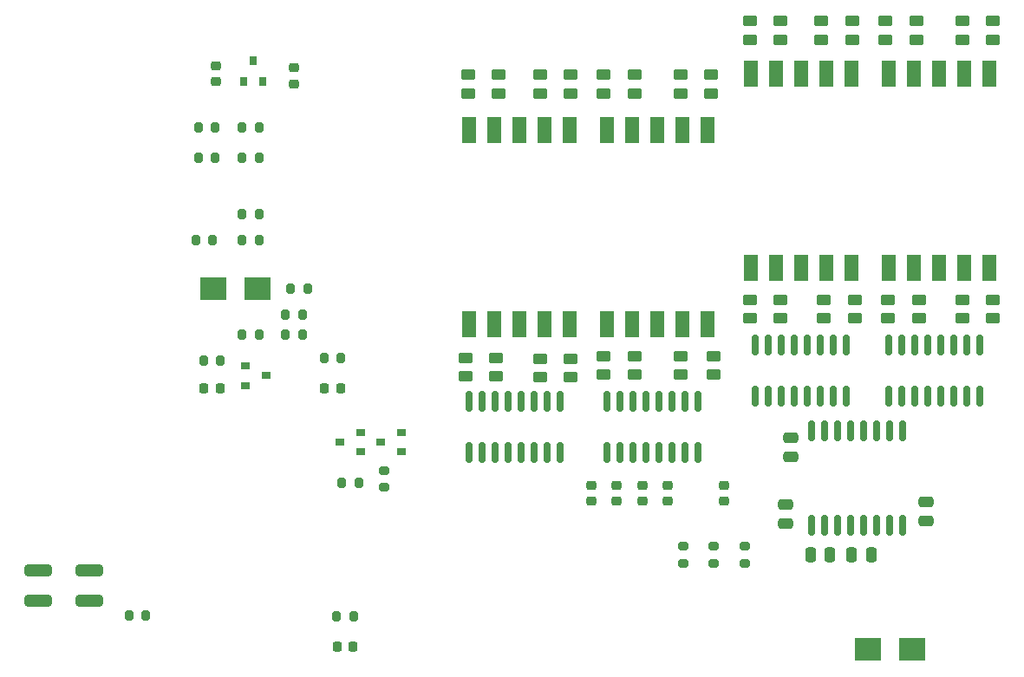
<source format=gtp>
%TF.GenerationSoftware,KiCad,Pcbnew,(5.99.0-11737-gca42f31bb5)*%
%TF.CreationDate,2021-09-24T22:34:59+02:00*%
%TF.ProjectId,Drucksensor,44727563-6b73-4656-9e73-6f722e6b6963,rev?*%
%TF.SameCoordinates,Original*%
%TF.FileFunction,Paste,Top*%
%TF.FilePolarity,Positive*%
%FSLAX46Y46*%
G04 Gerber Fmt 4.6, Leading zero omitted, Abs format (unit mm)*
G04 Created by KiCad (PCBNEW (5.99.0-11737-gca42f31bb5)) date 2021-09-24 22:34:59*
%MOMM*%
%LPD*%
G01*
G04 APERTURE LIST*
G04 Aperture macros list*
%AMRoundRect*
0 Rectangle with rounded corners*
0 $1 Rounding radius*
0 $2 $3 $4 $5 $6 $7 $8 $9 X,Y pos of 4 corners*
0 Add a 4 corners polygon primitive as box body*
4,1,4,$2,$3,$4,$5,$6,$7,$8,$9,$2,$3,0*
0 Add four circle primitives for the rounded corners*
1,1,$1+$1,$2,$3*
1,1,$1+$1,$4,$5*
1,1,$1+$1,$6,$7*
1,1,$1+$1,$8,$9*
0 Add four rect primitives between the rounded corners*
20,1,$1+$1,$2,$3,$4,$5,0*
20,1,$1+$1,$4,$5,$6,$7,0*
20,1,$1+$1,$6,$7,$8,$9,0*
20,1,$1+$1,$8,$9,$2,$3,0*%
G04 Aperture macros list end*
%ADD10RoundRect,0.225000X0.225000X0.250000X-0.225000X0.250000X-0.225000X-0.250000X0.225000X-0.250000X0*%
%ADD11RoundRect,0.218750X-0.218750X-0.256250X0.218750X-0.256250X0.218750X0.256250X-0.218750X0.256250X0*%
%ADD12RoundRect,0.250000X-0.450000X0.262500X-0.450000X-0.262500X0.450000X-0.262500X0.450000X0.262500X0*%
%ADD13RoundRect,0.200000X-0.200000X-0.275000X0.200000X-0.275000X0.200000X0.275000X-0.200000X0.275000X0*%
%ADD14RoundRect,0.225000X0.250000X-0.225000X0.250000X0.225000X-0.250000X0.225000X-0.250000X-0.225000X0*%
%ADD15RoundRect,0.225000X-0.250000X0.225000X-0.250000X-0.225000X0.250000X-0.225000X0.250000X0.225000X0*%
%ADD16RoundRect,0.250000X-1.075000X0.312500X-1.075000X-0.312500X1.075000X-0.312500X1.075000X0.312500X0*%
%ADD17RoundRect,0.150000X-0.150000X0.825000X-0.150000X-0.825000X0.150000X-0.825000X0.150000X0.825000X0*%
%ADD18RoundRect,0.200000X0.200000X0.275000X-0.200000X0.275000X-0.200000X-0.275000X0.200000X-0.275000X0*%
%ADD19RoundRect,0.250000X0.450000X-0.262500X0.450000X0.262500X-0.450000X0.262500X-0.450000X-0.262500X0*%
%ADD20R,0.900000X0.800000*%
%ADD21RoundRect,0.250000X0.250000X0.475000X-0.250000X0.475000X-0.250000X-0.475000X0.250000X-0.475000X0*%
%ADD22R,2.500000X2.300000*%
%ADD23RoundRect,0.200000X0.275000X-0.200000X0.275000X0.200000X-0.275000X0.200000X-0.275000X-0.200000X0*%
%ADD24RoundRect,0.250000X-0.475000X0.250000X-0.475000X-0.250000X0.475000X-0.250000X0.475000X0.250000X0*%
%ADD25RoundRect,0.250000X0.475000X-0.250000X0.475000X0.250000X-0.475000X0.250000X-0.475000X-0.250000X0*%
%ADD26R,0.800000X0.900000*%
%ADD27R,1.400000X2.600000*%
%ADD28RoundRect,0.200000X-0.275000X0.200000X-0.275000X-0.200000X0.275000X-0.200000X0.275000X0.200000X0*%
%ADD29RoundRect,0.150000X0.150000X-0.875000X0.150000X0.875000X-0.150000X0.875000X-0.150000X-0.875000X0*%
G04 APERTURE END LIST*
D10*
%TO.C,C106*%
X89775000Y-81000000D03*
X88225000Y-81000000D03*
%TD*%
D11*
%TO.C,D101*%
X75212500Y-55750000D03*
X76787500Y-55750000D03*
%TD*%
D12*
%TO.C,R201*%
X108000000Y-25087500D03*
X108000000Y-26912500D03*
%TD*%
D13*
%TO.C,R114*%
X74425000Y-41250000D03*
X76075000Y-41250000D03*
%TD*%
%TO.C,R104*%
X78925000Y-38750000D03*
X80575000Y-38750000D03*
%TD*%
%TO.C,R109*%
X78925000Y-50500000D03*
X80575000Y-50500000D03*
%TD*%
D14*
%TO.C,C109*%
X113000000Y-66775000D03*
X113000000Y-65225000D03*
%TD*%
D15*
%TO.C,C113*%
X84000000Y-24425000D03*
X84000000Y-25975000D03*
%TD*%
D16*
%TO.C,F101*%
X64000000Y-73537500D03*
X64000000Y-76462500D03*
%TD*%
D12*
%TO.C,R218*%
X138500000Y-19837500D03*
X138500000Y-21662500D03*
%TD*%
D17*
%TO.C,U206*%
X137945000Y-51525000D03*
X136675000Y-51525000D03*
X135405000Y-51525000D03*
X134135000Y-51525000D03*
X132865000Y-51525000D03*
X131595000Y-51525000D03*
X130325000Y-51525000D03*
X129055000Y-51525000D03*
X129055000Y-56475000D03*
X130325000Y-56475000D03*
X131595000Y-56475000D03*
X132865000Y-56475000D03*
X134135000Y-56475000D03*
X135405000Y-56475000D03*
X136675000Y-56475000D03*
X137945000Y-56475000D03*
%TD*%
D13*
%TO.C,R101*%
X75175000Y-53000000D03*
X76825000Y-53000000D03*
%TD*%
%TO.C,R106*%
X74675000Y-33250000D03*
X76325000Y-33250000D03*
%TD*%
D12*
%TO.C,R206*%
X104000000Y-25087500D03*
X104000000Y-26912500D03*
%TD*%
D18*
%TO.C,R117*%
X89825000Y-78000000D03*
X88175000Y-78000000D03*
%TD*%
D13*
%TO.C,R110*%
X83175000Y-50500000D03*
X84825000Y-50500000D03*
%TD*%
D19*
%TO.C,R205*%
X100750000Y-54575000D03*
X100750000Y-52750000D03*
%TD*%
D13*
%TO.C,R102*%
X78925000Y-33250000D03*
X80575000Y-33250000D03*
%TD*%
D20*
%TO.C,Q101*%
X90500000Y-61950000D03*
X90500000Y-60050000D03*
X88500000Y-61000000D03*
%TD*%
D19*
%TO.C,R203*%
X108000000Y-54662500D03*
X108000000Y-52837500D03*
%TD*%
%TO.C,R229*%
X142000000Y-48912500D03*
X142000000Y-47087500D03*
%TD*%
D21*
%TO.C,C103*%
X140350000Y-72000000D03*
X138450000Y-72000000D03*
%TD*%
D19*
%TO.C,R219*%
X135750000Y-48912500D03*
X135750000Y-47087500D03*
%TD*%
D14*
%TO.C,C110*%
X115500000Y-66775000D03*
X115500000Y-65225000D03*
%TD*%
D22*
%TO.C,D105*%
X76100000Y-46000000D03*
X80400000Y-46000000D03*
%TD*%
D13*
%TO.C,R111*%
X83675000Y-46000000D03*
X85325000Y-46000000D03*
%TD*%
D23*
%TO.C,R122*%
X92800000Y-65425000D03*
X92800000Y-63775000D03*
%TD*%
D12*
%TO.C,R231*%
X141750000Y-19837500D03*
X141750000Y-21662500D03*
%TD*%
D15*
%TO.C,C112*%
X76400000Y-24225000D03*
X76400000Y-25775000D03*
%TD*%
D12*
%TO.C,R209*%
X121750000Y-25087500D03*
X121750000Y-26912500D03*
%TD*%
D14*
%TO.C,C108*%
X120500000Y-66775000D03*
X120500000Y-65225000D03*
%TD*%
D19*
%TO.C,R213*%
X114250000Y-54412500D03*
X114250000Y-52587500D03*
%TD*%
%TO.C,R211*%
X121750000Y-54412500D03*
X121750000Y-52587500D03*
%TD*%
D24*
%TO.C,C104*%
X132000000Y-67050000D03*
X132000000Y-68950000D03*
%TD*%
%TO.C,C105*%
X145750000Y-66800000D03*
X145750000Y-68700000D03*
%TD*%
D25*
%TO.C,C101*%
X132500000Y-62450000D03*
X132500000Y-60550000D03*
%TD*%
D21*
%TO.C,C102*%
X136350000Y-72000000D03*
X134450000Y-72000000D03*
%TD*%
D14*
%TO.C,C107*%
X126000000Y-66775000D03*
X126000000Y-65225000D03*
%TD*%
D13*
%TO.C,R108*%
X78925000Y-30250000D03*
X80575000Y-30250000D03*
%TD*%
D26*
%TO.C,U101*%
X79050000Y-25750000D03*
X80950000Y-25750000D03*
X80000000Y-23750000D03*
%TD*%
D17*
%TO.C,U208*%
X150945000Y-51525000D03*
X149675000Y-51525000D03*
X148405000Y-51525000D03*
X147135000Y-51525000D03*
X145865000Y-51525000D03*
X144595000Y-51525000D03*
X143325000Y-51525000D03*
X142055000Y-51525000D03*
X142055000Y-56475000D03*
X143325000Y-56475000D03*
X144595000Y-56475000D03*
X145865000Y-56475000D03*
X147135000Y-56475000D03*
X148405000Y-56475000D03*
X149675000Y-56475000D03*
X150945000Y-56475000D03*
%TD*%
D27*
%TO.C,U207*%
X142100000Y-44000000D03*
X144550000Y-44000000D03*
X147000000Y-44000000D03*
X149450000Y-44000000D03*
X151900000Y-44000000D03*
X151900000Y-25000000D03*
X149450000Y-25000000D03*
X147000000Y-25000000D03*
X144550000Y-25000000D03*
X142100000Y-25000000D03*
%TD*%
D13*
%TO.C,R103*%
X83175000Y-48500000D03*
X84825000Y-48500000D03*
%TD*%
D17*
%TO.C,U202*%
X109945000Y-57025000D03*
X108675000Y-57025000D03*
X107405000Y-57025000D03*
X106135000Y-57025000D03*
X104865000Y-57025000D03*
X103595000Y-57025000D03*
X102325000Y-57025000D03*
X101055000Y-57025000D03*
X101055000Y-61975000D03*
X102325000Y-61975000D03*
X103595000Y-61975000D03*
X104865000Y-61975000D03*
X106135000Y-61975000D03*
X107405000Y-61975000D03*
X108675000Y-61975000D03*
X109945000Y-61975000D03*
%TD*%
D19*
%TO.C,R224*%
X138750000Y-48912500D03*
X138750000Y-47087500D03*
%TD*%
D13*
%TO.C,R121*%
X67875000Y-77900000D03*
X69525000Y-77900000D03*
%TD*%
D20*
%TO.C,Q103*%
X79250000Y-53550000D03*
X79250000Y-55450000D03*
X81250000Y-54500000D03*
%TD*%
D19*
%TO.C,R212*%
X117250000Y-54412500D03*
X117250000Y-52587500D03*
%TD*%
%TO.C,R216*%
X125000000Y-54412500D03*
X125000000Y-52587500D03*
%TD*%
D12*
%TO.C,R217*%
X135500000Y-19837500D03*
X135500000Y-21662500D03*
%TD*%
D19*
%TO.C,R228*%
X145000000Y-48912500D03*
X145000000Y-47087500D03*
%TD*%
D22*
%TO.C,D103*%
X144350000Y-81200000D03*
X140050000Y-81200000D03*
%TD*%
D12*
%TO.C,R202*%
X111000000Y-25087500D03*
X111000000Y-26912500D03*
%TD*%
%TO.C,R226*%
X152250000Y-19837500D03*
X152250000Y-21662500D03*
%TD*%
D20*
%TO.C,Q102*%
X94500000Y-61950000D03*
X94500000Y-60050000D03*
X92500000Y-61000000D03*
%TD*%
D12*
%TO.C,R214*%
X117250000Y-25087500D03*
X117250000Y-26912500D03*
%TD*%
D27*
%TO.C,U203*%
X114600000Y-49500000D03*
X117050000Y-49500000D03*
X119500000Y-49500000D03*
X121950000Y-49500000D03*
X124400000Y-49500000D03*
X124400000Y-30500000D03*
X121950000Y-30500000D03*
X119500000Y-30500000D03*
X117050000Y-30500000D03*
X114600000Y-30500000D03*
%TD*%
D19*
%TO.C,R227*%
X149250000Y-48912500D03*
X149250000Y-47087500D03*
%TD*%
%TO.C,R232*%
X152250000Y-48912500D03*
X152250000Y-47087500D03*
%TD*%
D12*
%TO.C,R225*%
X149250000Y-19837500D03*
X149250000Y-21662500D03*
%TD*%
%TO.C,R223*%
X128500000Y-19837500D03*
X128500000Y-21662500D03*
%TD*%
D19*
%TO.C,R221*%
X128500000Y-48912500D03*
X128500000Y-47087500D03*
%TD*%
D27*
%TO.C,U201*%
X101100000Y-49500000D03*
X103550000Y-49500000D03*
X106000000Y-49500000D03*
X108450000Y-49500000D03*
X110900000Y-49500000D03*
X110900000Y-30500000D03*
X108450000Y-30500000D03*
X106000000Y-30500000D03*
X103550000Y-30500000D03*
X101100000Y-30500000D03*
%TD*%
D13*
%TO.C,R115*%
X78925000Y-41250000D03*
X80575000Y-41250000D03*
%TD*%
D12*
%TO.C,R210*%
X124750000Y-25087500D03*
X124750000Y-26912500D03*
%TD*%
D28*
%TO.C,R119*%
X125000000Y-71175000D03*
X125000000Y-72825000D03*
%TD*%
D12*
%TO.C,R207*%
X101000000Y-25087500D03*
X101000000Y-26912500D03*
%TD*%
%TO.C,R230*%
X144750000Y-19837500D03*
X144750000Y-21662500D03*
%TD*%
D19*
%TO.C,R208*%
X111000000Y-54662500D03*
X111000000Y-52837500D03*
%TD*%
D28*
%TO.C,R120*%
X128000000Y-71175000D03*
X128000000Y-72825000D03*
%TD*%
D12*
%TO.C,R215*%
X114250000Y-25087500D03*
X114250000Y-26912500D03*
%TD*%
D27*
%TO.C,U205*%
X128600000Y-44000000D03*
X131050000Y-44000000D03*
X133500000Y-44000000D03*
X135950000Y-44000000D03*
X138400000Y-44000000D03*
X138400000Y-25000000D03*
X135950000Y-25000000D03*
X133500000Y-25000000D03*
X131050000Y-25000000D03*
X128600000Y-25000000D03*
%TD*%
D14*
%TO.C,C111*%
X118000000Y-66775000D03*
X118000000Y-65225000D03*
%TD*%
D28*
%TO.C,R118*%
X122000000Y-71175000D03*
X122000000Y-72825000D03*
%TD*%
D13*
%TO.C,R113*%
X86925000Y-52750000D03*
X88575000Y-52750000D03*
%TD*%
D17*
%TO.C,U204*%
X123445000Y-57025000D03*
X122175000Y-57025000D03*
X120905000Y-57025000D03*
X119635000Y-57025000D03*
X118365000Y-57025000D03*
X117095000Y-57025000D03*
X115825000Y-57025000D03*
X114555000Y-57025000D03*
X114555000Y-61975000D03*
X115825000Y-61975000D03*
X117095000Y-61975000D03*
X118365000Y-61975000D03*
X119635000Y-61975000D03*
X120905000Y-61975000D03*
X122175000Y-61975000D03*
X123445000Y-61975000D03*
%TD*%
D16*
%TO.C,F102*%
X59000000Y-73537500D03*
X59000000Y-76462500D03*
%TD*%
D19*
%TO.C,R204*%
X103750000Y-54575000D03*
X103750000Y-52750000D03*
%TD*%
D13*
%TO.C,R107*%
X74675000Y-30250000D03*
X76325000Y-30250000D03*
%TD*%
D29*
%TO.C,U102*%
X134555000Y-69150000D03*
X135825000Y-69150000D03*
X137095000Y-69150000D03*
X138365000Y-69150000D03*
X139635000Y-69150000D03*
X140905000Y-69150000D03*
X142175000Y-69150000D03*
X143445000Y-69150000D03*
X143445000Y-59850000D03*
X142175000Y-59850000D03*
X140905000Y-59850000D03*
X139635000Y-59850000D03*
X138365000Y-59850000D03*
X137095000Y-59850000D03*
X135825000Y-59850000D03*
X134555000Y-59850000D03*
%TD*%
D12*
%TO.C,R222*%
X131500000Y-19837500D03*
X131500000Y-21662500D03*
%TD*%
D11*
%TO.C,D106*%
X86962500Y-55750000D03*
X88537500Y-55750000D03*
%TD*%
D19*
%TO.C,R220*%
X131500000Y-48912500D03*
X131500000Y-47087500D03*
%TD*%
D18*
%TO.C,R112*%
X90325000Y-65000000D03*
X88675000Y-65000000D03*
%TD*%
M02*

</source>
